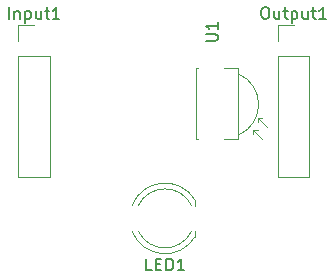
<source format=gbr>
G04 #@! TF.FileFunction,Legend,Top*
%FSLAX46Y46*%
G04 Gerber Fmt 4.6, Leading zero omitted, Abs format (unit mm)*
G04 Created by KiCad (PCBNEW 4.0.6-e0-6349~52~ubuntu17.04.1) date Tue Apr 18 18:47:06 2017*
%MOMM*%
%LPD*%
G01*
G04 APERTURE LIST*
%ADD10C,0.100000*%
%ADD11C,0.120000*%
%ADD12C,0.150000*%
G04 APERTURE END LIST*
D10*
D11*
X92670000Y-81270000D02*
X92670000Y-91490000D01*
X92670000Y-91490000D02*
X95330000Y-91490000D01*
X95330000Y-91490000D02*
X95330000Y-81270000D01*
X95330000Y-81270000D02*
X92670000Y-81270000D01*
X92670000Y-80000000D02*
X92670000Y-78670000D01*
X92670000Y-78670000D02*
X94000000Y-78670000D01*
X102307185Y-96080827D02*
G75*
G03X107655000Y-96544830I2787815J1080827D01*
G01*
X102307185Y-93919173D02*
G75*
G02X107655000Y-93455170I2787815J-1080827D01*
G01*
X102840521Y-96080429D02*
G75*
G03X107349684Y-96080000I2254479J1080429D01*
G01*
X102840521Y-93919571D02*
G75*
G02X107349684Y-93920000I2254479J-1080429D01*
G01*
X107655000Y-96545000D02*
X107655000Y-96080000D01*
X107655000Y-93920000D02*
X107655000Y-93455000D01*
X114670000Y-81270000D02*
X114670000Y-91490000D01*
X114670000Y-91490000D02*
X117330000Y-91490000D01*
X117330000Y-91490000D02*
X117330000Y-81270000D01*
X117330000Y-81270000D02*
X114670000Y-81270000D01*
X114670000Y-80000000D02*
X114670000Y-78670000D01*
X114670000Y-78670000D02*
X116000000Y-78670000D01*
X111300000Y-82300000D02*
X110100000Y-82300000D01*
X107700000Y-82300000D02*
X107900000Y-82300000D01*
X107700000Y-88300000D02*
X107900000Y-88300000D01*
X111300000Y-82300000D02*
X111300000Y-88300000D01*
X111300000Y-88300000D02*
X110100000Y-88300000D01*
X107700000Y-82300000D02*
X107700000Y-88300000D01*
X112550000Y-87480000D02*
X112550000Y-87880000D01*
X112550000Y-87480000D02*
X112950000Y-87480000D01*
X112550000Y-87480000D02*
X113350000Y-88280000D01*
X112950000Y-86480000D02*
X113750000Y-87280000D01*
X112950000Y-86480000D02*
X113350000Y-86480000D01*
X112950000Y-86480000D02*
X112950000Y-86880000D01*
X111351321Y-87937685D02*
G75*
G03X111300000Y-82760000I-1151321J2577685D01*
G01*
D12*
X91880952Y-78122381D02*
X91880952Y-77122381D01*
X92357142Y-77455714D02*
X92357142Y-78122381D01*
X92357142Y-77550952D02*
X92404761Y-77503333D01*
X92499999Y-77455714D01*
X92642857Y-77455714D01*
X92738095Y-77503333D01*
X92785714Y-77598571D01*
X92785714Y-78122381D01*
X93261904Y-77455714D02*
X93261904Y-78455714D01*
X93261904Y-77503333D02*
X93357142Y-77455714D01*
X93547619Y-77455714D01*
X93642857Y-77503333D01*
X93690476Y-77550952D01*
X93738095Y-77646190D01*
X93738095Y-77931905D01*
X93690476Y-78027143D01*
X93642857Y-78074762D01*
X93547619Y-78122381D01*
X93357142Y-78122381D01*
X93261904Y-78074762D01*
X94595238Y-77455714D02*
X94595238Y-78122381D01*
X94166666Y-77455714D02*
X94166666Y-77979524D01*
X94214285Y-78074762D01*
X94309523Y-78122381D01*
X94452381Y-78122381D01*
X94547619Y-78074762D01*
X94595238Y-78027143D01*
X94928571Y-77455714D02*
X95309523Y-77455714D01*
X95071428Y-77122381D02*
X95071428Y-77979524D01*
X95119047Y-78074762D01*
X95214285Y-78122381D01*
X95309523Y-78122381D01*
X96166667Y-78122381D02*
X95595238Y-78122381D01*
X95880952Y-78122381D02*
X95880952Y-77122381D01*
X95785714Y-77265238D01*
X95690476Y-77360476D01*
X95595238Y-77408095D01*
X103975953Y-99412381D02*
X103499762Y-99412381D01*
X103499762Y-98412381D01*
X104309286Y-98888571D02*
X104642620Y-98888571D01*
X104785477Y-99412381D02*
X104309286Y-99412381D01*
X104309286Y-98412381D01*
X104785477Y-98412381D01*
X105214048Y-99412381D02*
X105214048Y-98412381D01*
X105452143Y-98412381D01*
X105595001Y-98460000D01*
X105690239Y-98555238D01*
X105737858Y-98650476D01*
X105785477Y-98840952D01*
X105785477Y-98983810D01*
X105737858Y-99174286D01*
X105690239Y-99269524D01*
X105595001Y-99364762D01*
X105452143Y-99412381D01*
X105214048Y-99412381D01*
X106737858Y-99412381D02*
X106166429Y-99412381D01*
X106452143Y-99412381D02*
X106452143Y-98412381D01*
X106356905Y-98555238D01*
X106261667Y-98650476D01*
X106166429Y-98698095D01*
X113499999Y-77122381D02*
X113690476Y-77122381D01*
X113785714Y-77170000D01*
X113880952Y-77265238D01*
X113928571Y-77455714D01*
X113928571Y-77789048D01*
X113880952Y-77979524D01*
X113785714Y-78074762D01*
X113690476Y-78122381D01*
X113499999Y-78122381D01*
X113404761Y-78074762D01*
X113309523Y-77979524D01*
X113261904Y-77789048D01*
X113261904Y-77455714D01*
X113309523Y-77265238D01*
X113404761Y-77170000D01*
X113499999Y-77122381D01*
X114785714Y-77455714D02*
X114785714Y-78122381D01*
X114357142Y-77455714D02*
X114357142Y-77979524D01*
X114404761Y-78074762D01*
X114499999Y-78122381D01*
X114642857Y-78122381D01*
X114738095Y-78074762D01*
X114785714Y-78027143D01*
X115119047Y-77455714D02*
X115499999Y-77455714D01*
X115261904Y-77122381D02*
X115261904Y-77979524D01*
X115309523Y-78074762D01*
X115404761Y-78122381D01*
X115499999Y-78122381D01*
X115833333Y-77455714D02*
X115833333Y-78455714D01*
X115833333Y-77503333D02*
X115928571Y-77455714D01*
X116119048Y-77455714D01*
X116214286Y-77503333D01*
X116261905Y-77550952D01*
X116309524Y-77646190D01*
X116309524Y-77931905D01*
X116261905Y-78027143D01*
X116214286Y-78074762D01*
X116119048Y-78122381D01*
X115928571Y-78122381D01*
X115833333Y-78074762D01*
X117166667Y-77455714D02*
X117166667Y-78122381D01*
X116738095Y-77455714D02*
X116738095Y-77979524D01*
X116785714Y-78074762D01*
X116880952Y-78122381D01*
X117023810Y-78122381D01*
X117119048Y-78074762D01*
X117166667Y-78027143D01*
X117500000Y-77455714D02*
X117880952Y-77455714D01*
X117642857Y-77122381D02*
X117642857Y-77979524D01*
X117690476Y-78074762D01*
X117785714Y-78122381D01*
X117880952Y-78122381D01*
X118738096Y-78122381D02*
X118166667Y-78122381D01*
X118452381Y-78122381D02*
X118452381Y-77122381D01*
X118357143Y-77265238D01*
X118261905Y-77360476D01*
X118166667Y-77408095D01*
X108552381Y-79961905D02*
X109361905Y-79961905D01*
X109457143Y-79914286D01*
X109504762Y-79866667D01*
X109552381Y-79771429D01*
X109552381Y-79580952D01*
X109504762Y-79485714D01*
X109457143Y-79438095D01*
X109361905Y-79390476D01*
X108552381Y-79390476D01*
X109552381Y-78390476D02*
X109552381Y-78961905D01*
X109552381Y-78676191D02*
X108552381Y-78676191D01*
X108695238Y-78771429D01*
X108790476Y-78866667D01*
X108838095Y-78961905D01*
M02*

</source>
